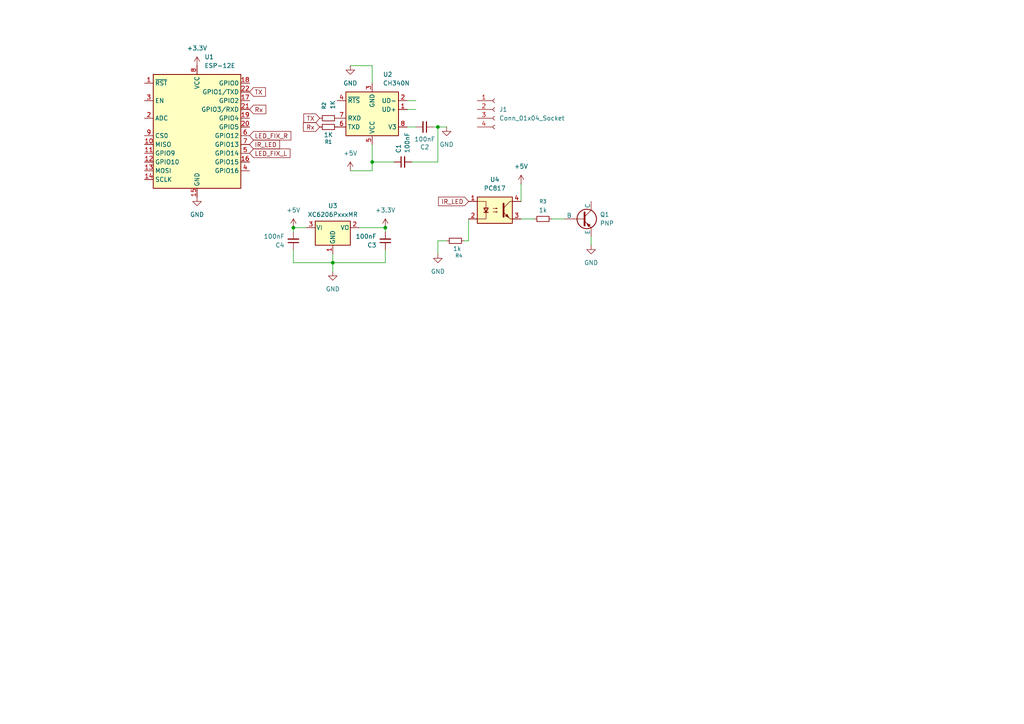
<source format=kicad_sch>
(kicad_sch (version 20250114) (generator "eeschema") (generator_version "9.0")
  (paper "A4")
  (lib_symbols
    (symbol "Connector:Conn_01x04_Socket" (pin_names (offset 1.016) (hide yes))
      (property "Reference" "J" (at 0 5.08 0))
      (property "Value" "Conn_01x04_Socket" (at 0 -7.62 0))
      (symbol "Conn_01x04_Socket_1_1"
        (polyline (pts (xy -1.27 2.54) (xy -0.508 2.54)) (stroke (width 0.1524)))
        (polyline (pts (xy -1.27 0) (xy -0.508 0)) (stroke (width 0.1524)))
        (polyline (pts (xy -1.27 -2.54) (xy -0.508 -2.54)) (stroke (width 0.1524)))
        (polyline (pts (xy -1.27 -5.08) (xy -0.508 -5.08)) (stroke (width 0.1524)))
        (arc (start 0 2.032) (mid -0.5058 2.54) (end 0 3.048) (stroke (width 0.1524)))
        (arc (start 0 -0.508) (mid -0.5058 0) (end 0 0.508) (stroke (width 0.1524)))
        (arc (start 0 -3.048) (mid -0.5058 -2.54) (end 0 -2.032) (stroke (width 0.1524)))
        (arc (start 0 -5.588) (mid -0.5058 -5.08) (end 0 -4.572) (stroke (width 0.1524)))
        (pin passive line (at -5.08 2.54 0) (length 3.81) (name "Pin_1") (number "1"))
        (pin passive line (at -5.08 0 0) (length 3.81) (name "Pin_2") (number "2"))
        (pin passive line (at -5.08 -2.54 0) (length 3.81) (name "Pin_3") (number "3"))
        (pin passive line (at -5.08 -5.08 0) (length 3.81) (name "Pin_4") (number "4"))
      )
    )
    (symbol "Device:C_Small" (pin_numbers (hide yes)) (pin_names (offset 0.254) (hide yes))
      (property "Reference" "C" (at 0.254 1.778 0))
      (property "Value" "C_Small" (at 0.254 -2.032 0))
      (symbol "C_Small_0_1"
        (polyline (pts (xy -1.524 0.508) (xy 1.524 0.508)) (stroke (width 0.3048)))
        (polyline (pts (xy -1.524 -0.508) (xy 1.524 -0.508)) (stroke (width 0.3302)))
      )
      (symbol "C_Small_1_1"
        (pin passive line (at 0 2.54 270) (length 2.032) (name "~") (number "1"))
        (pin passive line (at 0 -2.54 90) (length 2.032) (name "~") (number "2"))
      )
    )
    (symbol "Device:R_Small" (pin_numbers (hide yes)) (pin_names (offset 0.254) (hide yes))
      (property "Reference" "R" (at 0 0 90))
      (property "Value" "R_Small" (at 1.778 0 90))
      (symbol "R_Small_0_1"
        (rectangle (start -0.762 1.778) (end 0.762 -1.778) (stroke (width 0.2032)))
      )
      (symbol "R_Small_1_1"
        (pin passive line (at 0 2.54 270) (length 0.762) (name "~") (number "1"))
        (pin passive line (at 0 -2.54 90) (length 0.762) (name "~") (number "2"))
      )
    )
    (symbol "Interface_USB:CH340N"
      (property "Reference" "U" (at -7.62 6.35 0))
      (property "Value" "CH340N" (at 7.62 6.35 0))
      (symbol "CH340N_0_1"
        (rectangle (start -7.62 5.08) (end 7.62 -7.62) (stroke (width 0.254)) (fill (type background)))
      )
      (symbol "CH340N_1_1"
        (pin passive line (at -10.16 2.54 0) (length 2.54) (name "V3") (number "8"))
        (pin bidirectional line (at -10.16 -2.54 0) (length 2.54) (name "UD+") (number "1"))
        (pin bidirectional line (at -10.16 -5.08 0) (length 2.54) (name "UD-") (number "2"))
        (pin power_in line (at 0 7.62 270) (length 2.54) (name "VCC") (number "5"))
        (pin power_in line (at 0 -10.16 90) (length 2.54) (name "GND") (number "3"))
        (pin output line (at 10.16 2.54 180) (length 2.54) (name "TXD") (number "6"))
        (pin input line (at 10.16 0 180) (length 2.54) (name "RXD") (number "7"))
        (pin output line (at 10.16 -5.08 180) (length 2.54) (name "~{RTS}") (number "4"))
      )
    )
    (symbol "Isolator:PC817" (pin_names (offset 1.016))
      (property "Reference" "U" (at -5.08 5.08 0))
      (property "Value" "PC817" (at 0 5.08 0))
      (symbol "PC817_0_1"
        (rectangle (start -5.08 3.81) (end 5.08 -3.81) (stroke (width 0.254)) (fill (type background)))
        (polyline (pts (xy -5.08 2.54) (xy -2.54 2.54) (xy -2.54 -0.635)))
        (polyline (pts (xy -3.175 -0.635) (xy -1.905 -0.635)) (stroke (width 0.254)))
        (polyline (pts (xy -2.54 -0.635) (xy -2.54 -2.54) (xy -5.08 -2.54)))
        (polyline (pts (xy -2.54 -0.635) (xy -3.175 0.635) (xy -1.905 0.635) (xy -2.54 -0.635)) (stroke (width 0.254)))
        (polyline (pts (xy -0.508 0.508) (xy 0.762 0.508) (xy 0.381 0.381) (xy 0.381 0.635) (xy 0.762 0.508)))
        (polyline (pts (xy -0.508 -0.508) (xy 0.762 -0.508) (xy 0.381 -0.635) (xy 0.381 -0.381) (xy 0.762 -0.508)))
        (polyline (pts (xy 2.54 1.905) (xy 2.54 -1.905) (xy 2.54 -1.905)) (stroke (width 0.508)))
        (polyline (pts (xy 2.54 0.635) (xy 4.445 2.54)))
        (polyline (pts (xy 3.048 -1.651) (xy 3.556 -1.143) (xy 4.064 -2.159) (xy 3.048 -1.651) (xy 3.048 -1.651)) (fill (type outline)))
        (polyline (pts (xy 4.445 2.54) (xy 5.08 2.54)))
        (polyline (pts (xy 4.445 -2.54) (xy 2.54 -0.635)) (fill (type outline)))
        (polyline (pts (xy 4.445 -2.54) (xy 5.08 -2.54)))
      )
      (symbol "PC817_1_1"
        (pin passive line (at -7.62 2.54 0) (length 2.54) (name "~") (number "1"))
        (pin passive line (at -7.62 -2.54 0) (length 2.54) (name "~") (number "2"))
        (pin passive line (at 7.62 2.54 180) (length 2.54) (name "~") (number "4"))
        (pin passive line (at 7.62 -2.54 180) (length 2.54) (name "~") (number "3"))
      )
    )
    (symbol "RF_Module:ESP-12E"
      (property "Reference" "U" (at -12.7 19.05 0))
      (property "Value" "ESP-12E" (at 12.7 19.05 0))
      (symbol "ESP-12E_0_1"
        (rectangle (start -12.7 17.78) (end 12.7 -15.24) (stroke (width 0.254)) (fill (type background)))
      )
      (symbol "ESP-12E_1_1"
        (pin input line (at -15.24 15.24 0) (length 2.54) (name "~{RST}") (number "1"))
        (pin input line (at -15.24 10.16 0) (length 2.54) (name "EN") (number "3"))
        (pin input line (at -15.24 5.08 0) (length 2.54) (name "ADC") (number "2"))
        (pin input line (at -15.24 0 0) (length 2.54) (name "CS0") (number "9"))
        (pin bidirectional line (at -15.24 -2.54 0) (length 2.54) (name "MISO") (number "10"))
        (pin bidirectional line (at -15.24 -5.08 0) (length 2.54) (name "GPIO9") (number "11"))
        (pin bidirectional line (at -15.24 -7.62 0) (length 2.54) (name "GPIO10") (number "12"))
        (pin bidirectional line (at -15.24 -10.16 0) (length 2.54) (name "MOSI") (number "13"))
        (pin bidirectional line (at -15.24 -12.7 0) (length 2.54) (name "SCLK") (number "14"))
        (pin power_in line (at 0 20.32 270) (length 2.54) (name "VCC") (number "8"))
        (pin power_in line (at 0 -17.78 90) (length 2.54) (name "GND") (number "15"))
        (pin bidirectional line (at 15.24 15.24 180) (length 2.54) (name "GPIO0") (number "18"))
        (pin bidirectional line (at 15.24 12.7 180) (length 2.54) (name "GPIO1/TXD") (number "22"))
        (pin bidirectional line (at 15.24 10.16 180) (length 2.54) (name "GPIO2") (number "17"))
        (pin bidirectional line (at 15.24 7.62 180) (length 2.54) (name "GPIO3/RXD") (number "21"))
        (pin bidirectional line (at 15.24 5.08 180) (length 2.54) (name "GPIO4") (number "19"))
        (pin bidirectional line (at 15.24 2.54 180) (length 2.54) (name "GPIO5") (number "20"))
        (pin bidirectional line (at 15.24 0 180) (length 2.54) (name "GPIO12") (number "6"))
        (pin bidirectional line (at 15.24 -2.54 180) (length 2.54) (name "GPIO13") (number "7"))
        (pin bidirectional line (at 15.24 -5.08 180) (length 2.54) (name "GPIO14") (number "5"))
        (pin bidirectional line (at 15.24 -7.62 180) (length 2.54) (name "GPIO15") (number "16"))
        (pin bidirectional line (at 15.24 -10.16 180) (length 2.54) (name "GPIO16") (number "4"))
      )
    )
    (symbol "Regulator_Linear:XC6206PxxxMR" (pin_names (offset 0.254))
      (property "Reference" "U" (at -3.81 3.175 0))
      (property "Value" "XC6206PxxxMR" (at 0 3.175 0))
      (symbol "XC6206PxxxMR_0_1"
        (rectangle (start -5.08 1.905) (end 5.08 -5.08) (stroke (width 0.254)) (fill (type background)))
      )
      (symbol "XC6206PxxxMR_1_1"
        (pin power_in line (at -7.62 0 0) (length 2.54) (name "VI") (number "3"))
        (pin power_in line (at 0 -7.62 90) (length 2.54) (name "GND") (number "1"))
        (pin power_out line (at 7.62 0 180) (length 2.54) (name "VO") (number "2"))
      )
    )
    (symbol "Simulation_SPICE:PNP" (pin_numbers (hide yes)) (pin_names (offset 0))
      (property "Reference" "Q" (at -2.54 7.62 0))
      (property "Value" "PNP" (at -2.54 5.08 0))
      (symbol "PNP_0_1"
        (polyline (pts (xy -2.54 0) (xy 0.635 0)) (stroke (width 0.1524)))
        (polyline (pts (xy 0.635 1.905) (xy 0.635 -1.905) (xy 0.635 -1.905)) (stroke (width 0.508)))
        (polyline (pts (xy 0.635 0.635) (xy 2.54 2.54)))
        (polyline (pts (xy 0.635 -0.635) (xy 2.54 -2.54) (xy 2.54 -2.54)))
        (circle (center 1.27 0) (radius 2.8194) (stroke (width 0.254)))
        (polyline (pts (xy 2.286 -1.778) (xy 1.778 -2.286) (xy 1.27 -1.27) (xy 2.286 -1.778) (xy 2.286 -1.778)) (fill (type outline)))
      )
      (symbol "PNP_1_1"
        (pin input line (at -5.08 0 0) (length 2.54) (name "B") (number "2"))
        (pin open_collector line (at 2.54 5.08 270) (length 2.54) (name "C") (number "1"))
        (pin open_emitter line (at 2.54 -5.08 90) (length 2.54) (name "E") (number "3"))
      )
    )
    (symbol "power:+3.3V" (power) (pin_numbers (hide yes)) (pin_names (offset 0) (hide yes))
      (property "Value" "+3.3V" (at 0 3.556 0))
      (symbol "+3.3V_0_1"
        (polyline (pts (xy -0.762 1.27) (xy 0 2.54)))
        (polyline (pts (xy 0 2.54) (xy 0.762 1.27)))
        (polyline (pts (xy 0 0) (xy 0 2.54)))
      )
      (symbol "+3.3V_1_1"
        (pin power_in line (at 0 0 90) (length 0) (name "~") (number "1"))
      )
    )
    (symbol "power:+5V" (power) (pin_numbers (hide yes)) (pin_names (offset 0) (hide yes))
      (property "Value" "+5V" (at 0 3.556 0))
      (symbol "+5V_0_1"
        (polyline (pts (xy -0.762 1.27) (xy 0 2.54)))
        (polyline (pts (xy 0 2.54) (xy 0.762 1.27)))
        (polyline (pts (xy 0 0) (xy 0 2.54)))
      )
      (symbol "+5V_1_1"
        (pin power_in line (at 0 0 90) (length 0) (name "~") (number "1"))
      )
    )
    (symbol "power:GND" (power) (pin_numbers (hide yes)) (pin_names (offset 0) (hide yes))
      (property "Value" "GND" (at 0 -3.81 0))
      (symbol "GND_0_1"
        (polyline (pts (xy 0 0) (xy 0 -1.27) (xy 1.27 -1.27) (xy 0 -2.54) (xy -1.27 -1.27) (xy 0 -1.27)))
      )
      (symbol "GND_1_1"
        (pin power_in line (at 0 0 270) (length 0) (name "~") (number "1"))
      )
    )
  )
  (junction (at 111.76 66.04))
  (junction (at 85.09 66.04))
  (junction (at 107.95 46.99))
  (junction (at 127 36.83))
  (junction (at 96.52 76.2))
  (wire (pts (xy 160.02 63.5) (xy 163.83 63.5)))
  (wire (pts (xy 111.76 72.39) (xy 111.76 76.2)))
  (wire (pts (xy 111.76 76.2) (xy 96.52 76.2)))
  (wire (pts (xy 85.09 72.39) (xy 85.09 76.2)))
  (wire (pts (xy 107.95 41.91) (xy 107.95 46.99)))
  (wire (pts (xy 118.11 29.21) (xy 120.65 29.21)))
  (wire (pts (xy 101.6 49.53) (xy 107.95 49.53)))
  (wire (pts (xy 111.76 66.04) (xy 104.14 66.04)))
  (wire (pts (xy 125.73 36.83) (xy 127 36.83)))
  (wire (pts (xy 151.13 53.34) (xy 151.13 58.42)))
  (wire (pts (xy 107.95 19.05) (xy 101.6 19.05)))
  (wire (pts (xy 118.11 31.75) (xy 120.65 31.75)))
  (wire (pts (xy 85.09 76.2) (xy 96.52 76.2)))
  (wire (pts (xy 96.52 73.66) (xy 96.52 76.2)))
  (wire (pts (xy 118.11 36.83) (xy 120.65 36.83)))
  (wire (pts (xy 119.38 46.99) (xy 127 46.99)))
  (wire (pts (xy 107.95 49.53) (xy 107.95 46.99)))
  (wire (pts (xy 107.95 46.99) (xy 114.3 46.99)))
  (wire (pts (xy 85.09 66.04) (xy 85.09 67.31)))
  (wire (pts (xy 127 69.85) (xy 127 73.66)))
  (wire (pts (xy 127 36.83) (xy 129.54 36.83)))
  (wire (pts (xy 151.13 63.5) (xy 154.94 63.5)))
  (wire (pts (xy 171.45 68.58) (xy 171.45 71.12)))
  (wire (pts (xy 107.95 24.13) (xy 107.95 19.05)))
  (wire (pts (xy 88.9 66.04) (xy 85.09 66.04)))
  (wire (pts (xy 127 46.99) (xy 127 36.83)))
  (wire (pts (xy 96.52 76.2) (xy 96.52 78.74)))
  (wire (pts (xy 135.89 69.85) (xy 135.89 63.5)))
  (wire (pts (xy 111.76 67.31) (xy 111.76 66.04)))
  (wire (pts (xy 134.62 69.85) (xy 135.89 69.85)))
  (wire (pts (xy 129.54 69.85) (xy 127 69.85)))
  (global_label "LED_FIX_R" (shape input) (at 72.39 39.37 0) (property "Intersheetrefs" "${INTERSHEET_REFS}" (effects (hide yes))))
  (global_label "Rx" (shape input) (at 72.39 31.75 0) (property "Intersheetrefs" "${INTERSHEET_REFS}" (effects (hide yes))))
  (global_label "TX" (shape input) (at 72.39 26.67 0) (property "Intersheetrefs" "${INTERSHEET_REFS}" (effects (hide yes))))
  (global_label "LED_FIX_L" (shape input) (at 72.39 44.45 0) (property "Intersheetrefs" "${INTERSHEET_REFS}" (effects (hide yes))))
  (global_label "IR_LED" (shape input) (at 72.39 41.91 0) (property "Intersheetrefs" "${INTERSHEET_REFS}" (effects (hide yes))))
  (global_label "TX" (shape input) (at 92.71 34.29 180) (property "Intersheetrefs" "${INTERSHEET_REFS}" (effects (hide yes))))
  (global_label "Rx" (shape input) (at 92.71 36.83 180) (property "Intersheetrefs" "${INTERSHEET_REFS}" (effects (hide yes))))
  (global_label "IR_LED" (shape input) (at 135.89 58.42 180) (property "Intersheetrefs" "${INTERSHEET_REFS}" (effects (hide yes))))
  (symbol (lib_id "Device:C_Small") (at 123.19 36.83 270) (unit 1)
    (property "Reference" "C2" (at 123.19 42.672 90))
    (property "Value" "100nF" (at 123.19 40.386 90))
    (property "Description" "Unpolarized capacitor, small symbol" (effects (hide yes)))
  )
  (symbol (lib_id "power:GND") (at 129.54 36.83 0) (unit 1)
    (property "Reference" "#PWR02" (effects (hide yes)))
    (property "Value" "GND" (at 129.54 41.91 0))
    (property "Description" "Power symbol creates a global label with name \"GND\" , ground" (effects (hide yes)))
  )
  (symbol (lib_id "Regulator_Linear:XC6206PxxxMR") (at 96.52 66.04 0) (unit 1)
    (property "Reference" "U3" (at 96.52 59.69 0))
    (property "Value" "XC6206PxxxMR" (at 96.52 62.23 0))
    (property "Footprint" "Package_TO_SOT_SMD:SOT-23-3" (effects (hide yes)))
    (property "Datasheet" "https://www.torexsemi.com/file/xc6206/XC6206.pdf" (effects (hide yes)))
    (property "Description" "Positive 60-250mA Low Dropout Regulator, Fixed Output, SOT-23" (effects (hide yes)))
  )
  (symbol (lib_id "power:GND") (at 127 73.66 0) (unit 1)
    (property "Reference" "#PWR012" (effects (hide yes)))
    (property "Value" "GND" (at 127 78.74 0))
    (property "Description" "Power symbol creates a global label with name \"GND\" , ground" (effects (hide yes)))
  )
  (symbol (lib_id "power:+5V") (at 85.09 66.04 0) (unit 1)
    (property "Reference" "#PWR08" (effects (hide yes)))
    (property "Value" "+5V" (at 85.09 60.96 0))
    (property "Description" "Power symbol creates a global label with name \"+5V\"" (effects (hide yes)))
  )
  (symbol (lib_id "Device:C_Small") (at 85.09 69.85 180) (unit 1)
    (property "Reference" "C4" (at 82.55 71.1138 0) (effects (justify left)))
    (property "Value" "100nF" (at 82.55 68.5738 0) (effects (justify left)))
    (property "Description" "Unpolarized capacitor, small symbol" (effects (hide yes)))
  )
  (symbol (lib_id "power:GND") (at 171.45 71.12 0) (unit 1)
    (property "Reference" "#PWR09" (effects (hide yes)))
    (property "Value" "GND" (at 171.45 76.2 0))
    (property "Description" "Power symbol creates a global label with name \"GND\" , ground" (effects (hide yes)))
  )
  (symbol (lib_id "power:GND") (at 96.52 78.74 0) (unit 1)
    (property "Reference" "#PWR06" (effects (hide yes)))
    (property "Value" "GND" (at 96.52 83.82 0))
    (property "Description" "Power symbol creates a global label with name \"GND\" , ground" (effects (hide yes)))
  )
  (symbol (lib_id "Device:R_Small") (at 157.48 63.5 90) (unit 1)
    (property "Reference" "R3" (at 157.48 58.42 90) (effects (font (size 1.016 1.016))))
    (property "Value" "1k" (at 157.48 60.96 90))
    (property "Description" "Resistor, small symbol" (effects (hide yes)))
  )
  (symbol (lib_id "power:+3.3V") (at 111.76 66.04 0) (unit 1)
    (property "Reference" "#PWR07" (effects (hide yes)))
    (property "Value" "+3.3V" (at 111.76 60.96 0))
    (property "Description" "Power symbol creates a global label with name \"+3.3V\"" (effects (hide yes)))
  )
  (symbol (lib_id "power:GND") (at 57.15 57.15 0) (unit 1)
    (property "Reference" "#PWR04" (effects (hide yes)))
    (property "Value" "GND" (at 57.15 62.23 0))
    (property "Description" "Power symbol creates a global label with name \"GND\" , ground" (effects (hide yes)))
  )
  (symbol (lib_id "Device:C_Small") (at 116.84 46.99 90) (unit 1)
    (property "Reference" "C1" (at 115.5762 44.45 0) (effects (justify left)))
    (property "Value" "100nF" (at 118.1162 44.45 0) (effects (justify left)))
    (property "Description" "Unpolarized capacitor, small symbol" (effects (hide yes)))
  )
  (symbol (lib_id "Device:R_Small") (at 132.08 69.85 90) (unit 1)
    (property "Reference" "R4" (at 133.096 74.168 90) (effects (font (size 1.016 1.016))))
    (property "Value" "1k" (at 132.588 72.136 90))
    (property "Description" "Resistor, small symbol" (effects (hide yes)))
  )
  (symbol (lib_id "Device:C_Small") (at 111.76 69.85 180) (unit 1)
    (property "Reference" "C3" (at 109.22 71.1138 0) (effects (justify left)))
    (property "Value" "100nF" (at 109.22 68.5738 0) (effects (justify left)))
    (property "Description" "Unpolarized capacitor, small symbol" (effects (hide yes)))
  )
  (symbol (lib_id "Isolator:PC817") (at 143.51 60.96 0) (unit 1)
    (property "Reference" "U4" (at 143.51 52.07 0))
    (property "Value" "PC817" (at 143.51 54.61 0))
    (property "Footprint" "Package_DIP:DIP-4_W7.62mm" (effects (hide yes)))
    (property "Datasheet" "http://www.soselectronic.cz/a_info/resource/d/pc817.pdf" (effects (hide yes)))
    (property "Description" "DC Optocoupler, Vce 35V, CTR 50-300%, DIP-4" (effects (hide yes)))
  )
  (symbol (lib_id "Simulation_SPICE:PNP") (at 168.91 63.5 0) (unit 1)
    (property "Reference" "Q1" (at 173.99 62.2299 0) (effects (justify left)))
    (property "Value" "PNP" (at 173.99 64.7699 0) (effects (justify left)))
    (property "Datasheet" "https://ngspice.sourceforge.io/docs/ngspice-html-manual/manual.xhtml#cha_BJTs" (effects (hide yes)))
    (property "Description" "Bipolar transistor symbol for simulation only, substrate tied to the emitter" (effects (hide yes)))
    (property "Sim.Device" "PNP" (effects (hide yes)))
    (property "Sim.Type" "GUMMELPOON" (effects (hide yes)))
    (property "Sim.Pins" "1=C 2=B 3=E" (effects (hide yes)))
  )
  (symbol (lib_id "power:+5V") (at 101.6 49.53 0) (unit 1)
    (property "Reference" "#PWR03" (effects (hide yes)))
    (property "Value" "+5V" (at 101.6 44.45 0))
    (property "Description" "Power symbol creates a global label with name \"+5V\"" (effects (hide yes)))
  )
  (symbol (lib_id "power:+3.3V") (at 57.15 19.05 0) (unit 1)
    (property "Reference" "#PWR05" (effects (hide yes)))
    (property "Value" "+3.3V" (at 57.15 13.97 0))
    (property "Description" "Power symbol creates a global label with name \"+3.3V\"" (effects (hide yes)))
  )
  (symbol (lib_id "Interface_USB:CH340N") (at 107.95 34.29 180) (unit 1)
    (property "Reference" "U2" (at 111.0681 21.59 0) (effects (justify right)))
    (property "Value" "CH340N" (at 111.0681 24.13 0) (effects (justify right)))
    (property "Footprint" "Package_SO:SOP-8_3.9x4.9mm_P1.27mm" (effects (hide yes)))
    (property "Datasheet" "https://aitendo3.sakura.ne.jp/aitendo_data/product_img/ic/inteface/CH340N/ch340n.pdf" (effects (hide yes)))
    (property "Description" "USB serial converter, 2Mbps, UART, SOP-8" (effects (hide yes)))
  )
  (symbol (lib_id "Device:R_Small") (at 95.25 34.29 90) (unit 1)
    (property "Reference" "R2" (at 93.9799 31.75 0) (effects (font (size 1.016 1.016)) (justify left)))
    (property "Value" "1K" (at 96.5199 31.75 0) (effects (justify left)))
    (property "Description" "Resistor, small symbol" (effects (hide yes)))
  )
  (symbol (lib_id "power:GND") (at 101.6 19.05 0) (unit 1)
    (property "Reference" "#PWR01" (effects (hide yes)))
    (property "Value" "GND" (at 101.6 24.13 0))
    (property "Description" "Power symbol creates a global label with name \"GND\" , ground" (effects (hide yes)))
  )
  (symbol (lib_id "power:+5V") (at 151.13 53.34 0) (unit 1)
    (property "Reference" "#PWR011" (effects (hide yes)))
    (property "Value" "+5V" (at 151.13 48.26 0))
    (property "Description" "Power symbol creates a global label with name \"+5V\"" (effects (hide yes)))
  )
  (symbol (lib_id "Connector:Conn_01x04_Socket") (at 143.51 31.75 0) (unit 1)
    (property "Reference" "J1" (at 144.78 31.7499 0) (effects (justify left)))
    (property "Value" "Conn_01x04_Socket" (at 144.78 34.2899 0) (effects (justify left)))
    (property "Description" "Generic connector, single row, 01x04, script generated" (effects (hide yes)))
  )
  (symbol (lib_id "Device:R_Small") (at 95.25 36.83 90) (unit 1)
    (property "Reference" "R1" (at 95.25 41.148 90) (effects (font (size 1.016 1.016))))
    (property "Value" "1K" (at 95.25 39.116 90))
    (property "Description" "Resistor, small symbol" (effects (hide yes)))
  )
  (symbol (lib_id "RF_Module:ESP-12E") (at 57.15 39.37 0) (unit 1)
    (property "Reference" "U1" (at 59.2933 16.51 0) (effects (justify left)))
    (property "Value" "ESP-12E" (at 59.2933 19.05 0) (effects (justify left)))
    (property "Footprint" "RF_Module:ESP-12E" (effects (hide yes)))
    (property "Datasheet" "http://wiki.ai-thinker.com/_media/esp8266/esp8266_series_modules_user_manual_v1.1.pdf" (effects (hide yes)))
    (property "Description" "802.11 b/g/n Wi-Fi Module" (effects (hide yes)))
  )
)
</source>
